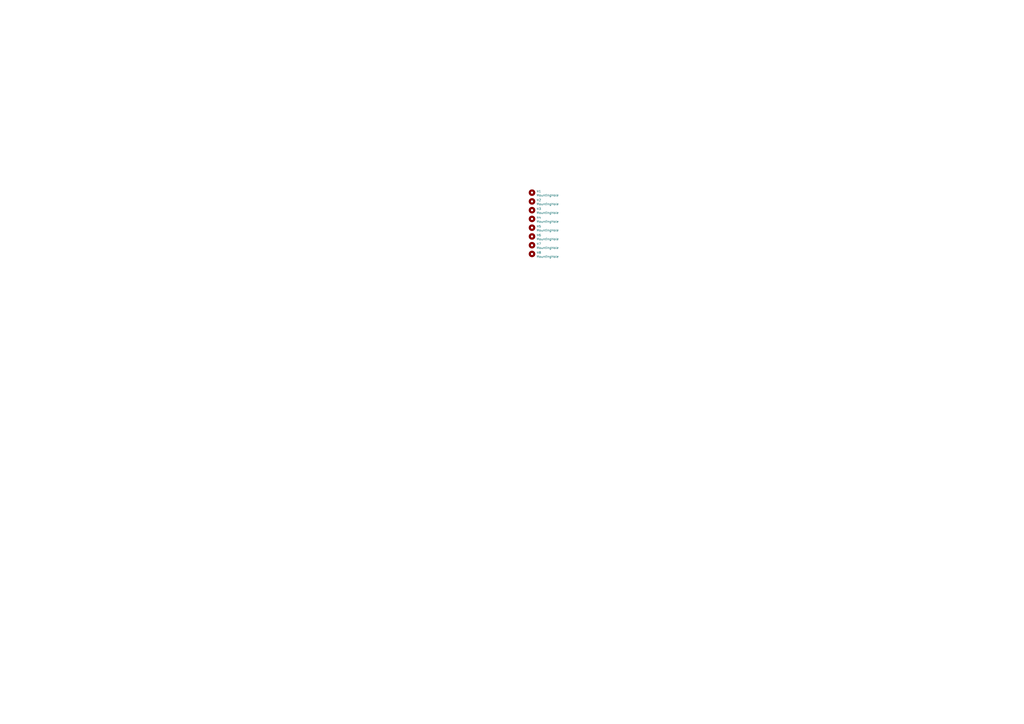
<source format=kicad_sch>
(kicad_sch (version 20210406) (generator eeschema)
  (paper "A2")
  (title_block (title "Entropy") (date "2020-06-08") (rev "0.1") (company "Josh Johnson"))
  (lib_symbols
    (symbol "Mechanical:MountingHole" (pin_names (offset 1.016))
      (property "Reference" "H" (at 0 5.08 0))
      (property "Value" "MountingHole" (at 0 3.175 0))
      (symbol "MountingHole_0_1"
        (circle (center 0 0) (radius 1.27) (stroke (width 1.27)))
      )
    )
  )
  (symbol (lib_id "Mechanical:MountingHole") (at 308.61 111.76 0) (unit 1)
    (property "Reference" "H1" (at 311.1501 110.9991 0) (effects (justify left)))
    (property "Value" "MountingHole" (at 311.1501 113.2978 0) (effects (justify left)))
    (property "Footprint" "MountingHole:MountingHole_2.2mm_M2" (effects hide))
  )
  (symbol (lib_id "Mechanical:MountingHole") (at 308.61 116.84 0) (unit 1)
    (property "Reference" "H2" (at 311.1501 116.0791 0) (effects (justify left)))
    (property "Value" "MountingHole" (at 311.1501 118.3778 0) (effects (justify left)))
    (property "Footprint" "MountingHole:MountingHole_2.2mm_M2" (effects hide))
  )
  (symbol (lib_id "Mechanical:MountingHole") (at 308.61 121.92 0) (unit 1)
    (property "Reference" "H3" (at 311.1501 121.1591 0) (effects (justify left)))
    (property "Value" "MountingHole" (at 311.1501 123.4578 0) (effects (justify left)))
    (property "Footprint" "MountingHole:MountingHole_2.2mm_M2" (effects hide))
  )
  (symbol (lib_id "Mechanical:MountingHole") (at 308.61 127 0) (unit 1)
    (property "Reference" "H4" (at 311.1501 126.2391 0) (effects (justify left)))
    (property "Value" "MountingHole" (at 311.1501 128.5378 0) (effects (justify left)))
    (property "Footprint" "MountingHole:MountingHole_2.2mm_M2" (effects hide))
  )
  (symbol (lib_id "Mechanical:MountingHole") (at 308.61 132.08 0) (unit 1)
    (property "Reference" "H5" (at 311.1501 131.3191 0) (effects (justify left)))
    (property "Value" "MountingHole" (at 311.1501 133.6178 0) (effects (justify left)))
    (property "Footprint" "MountingHole:MountingHole_2.2mm_M2" (effects hide))
  )
  (symbol (lib_id "Mechanical:MountingHole") (at 308.61 137.16 0) (unit 1)
    (property "Reference" "H6" (at 311.1501 136.3991 0) (effects (justify left)))
    (property "Value" "MountingHole" (at 311.1501 138.6978 0) (effects (justify left)))
    (property "Footprint" "MountingHole:MountingHole_2.2mm_M2" (effects hide))
  )
  (symbol (lib_id "Mechanical:MountingHole") (at 308.61 142.24 0) (unit 1)
    (property "Reference" "H7" (at 311.1501 141.4791 0) (effects (justify left)))
    (property "Value" "MountingHole" (at 311.1501 143.7778 0) (effects (justify left)))
    (property "Footprint" "MountingHole:MountingHole_2.2mm_M2" (effects hide))
  )
  (symbol (lib_id "Mechanical:MountingHole") (at 308.61 147.32 0) (unit 1)
    (property "Reference" "H8" (at 311.1501 146.5591 0) (effects (justify left)))
    (property "Value" "MountingHole" (at 311.1501 148.8578 0) (effects (justify left)))
    (property "Footprint" "MountingHole:MountingHole_2.2mm_M2" (effects hide))
  )
)
</source>
